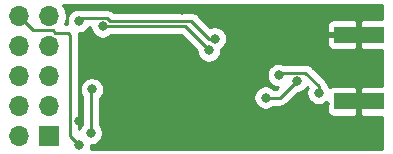
<source format=gbr>
G04 #@! TF.GenerationSoftware,KiCad,Pcbnew,(5.1.5)-3*
G04 #@! TF.CreationDate,2020-05-12T16:51:07+05:30*
G04 #@! TF.ProjectId,Teseo_Mod,54657365-6f5f-44d6-9f64-2e6b69636164,rev?*
G04 #@! TF.SameCoordinates,Original*
G04 #@! TF.FileFunction,Copper,L2,Bot*
G04 #@! TF.FilePolarity,Positive*
%FSLAX46Y46*%
G04 Gerber Fmt 4.6, Leading zero omitted, Abs format (unit mm)*
G04 Created by KiCad (PCBNEW (5.1.5)-3) date 2020-05-12 16:51:07*
%MOMM*%
%LPD*%
G04 APERTURE LIST*
%ADD10O,1.700000X1.700000*%
%ADD11R,1.700000X1.700000*%
%ADD12R,4.200000X1.350000*%
%ADD13C,0.800000*%
%ADD14C,0.250000*%
%ADD15C,0.254000*%
G04 APERTURE END LIST*
D10*
X141060000Y-106120000D03*
X143600000Y-106120000D03*
X141060000Y-108660000D03*
X143600000Y-108660000D03*
X141060000Y-111200000D03*
X143600000Y-111200000D03*
X141060000Y-113740000D03*
X143600000Y-113740000D03*
X141060000Y-116280000D03*
D11*
X143600000Y-116280000D03*
D12*
X169800000Y-113325000D03*
X169800000Y-107675000D03*
D13*
X146100000Y-115000000D03*
X148600000Y-115000000D03*
X170800000Y-105700000D03*
X169600000Y-105700000D03*
X168400000Y-105700000D03*
X167000000Y-105700000D03*
X165500000Y-105700000D03*
X164200000Y-105700000D03*
X162800000Y-105700000D03*
X162800000Y-106800000D03*
X164200000Y-106800000D03*
X165500000Y-106800000D03*
X162800000Y-107900000D03*
X164200000Y-107900000D03*
X165500000Y-107900000D03*
X164200000Y-109000000D03*
X165600000Y-109000000D03*
X166000000Y-114600000D03*
X171100000Y-115100000D03*
X170100000Y-115100000D03*
X168800000Y-115100000D03*
X167500000Y-115100000D03*
X171200000Y-116100000D03*
X170200000Y-116200000D03*
X169000000Y-116300000D03*
X167800000Y-116200000D03*
X166500000Y-116200000D03*
X165200000Y-116200000D03*
X163600000Y-116200000D03*
X162200000Y-116200000D03*
X158100000Y-105600000D03*
X157000000Y-105600000D03*
X155900000Y-105600000D03*
X154800000Y-105600000D03*
X153500000Y-105500000D03*
X149600000Y-113900000D03*
X149200000Y-111700000D03*
X166400000Y-112600000D03*
X163025000Y-111100000D03*
X147100000Y-116000000D03*
X147200000Y-112300000D03*
X148100000Y-106975000D03*
X157100000Y-109000000D03*
X146100000Y-106500000D03*
X157600000Y-108000000D03*
X146100000Y-117005000D03*
X164566605Y-111566420D03*
X161900000Y-113000000D03*
D14*
X149600000Y-113334315D02*
X149200000Y-112934315D01*
X149600000Y-113900000D02*
X149600000Y-113334315D01*
X149200000Y-112934315D02*
X149200000Y-112400000D01*
X149200000Y-112400000D02*
X149200000Y-111700000D01*
X165257104Y-110891419D02*
X163233581Y-110891419D01*
X163233581Y-110891419D02*
X163025000Y-111100000D01*
X166400000Y-112034315D02*
X165257104Y-110891419D01*
X166400000Y-112600000D02*
X166400000Y-112034315D01*
X147100000Y-112400000D02*
X147200000Y-112300000D01*
X147100000Y-116000000D02*
X147100000Y-112400000D01*
X148100000Y-106975000D02*
X155075000Y-106975000D01*
X155075000Y-106975000D02*
X157100000Y-109000000D01*
X148448001Y-106249999D02*
X148698002Y-106500000D01*
X146100000Y-106500000D02*
X146350001Y-106249999D01*
X146350001Y-106249999D02*
X148448001Y-106249999D01*
X148698002Y-106500000D02*
X155600000Y-106500000D01*
X155600000Y-106500000D02*
X157100000Y-108000000D01*
X157100000Y-108000000D02*
X157600000Y-108000000D01*
X145374999Y-116279999D02*
X145374999Y-107725001D01*
X146100000Y-117005000D02*
X145374999Y-116279999D01*
X145374999Y-107725001D02*
X145149998Y-107500000D01*
X141909999Y-106969999D02*
X141060000Y-106120000D01*
X142235001Y-107295001D02*
X141909999Y-106969999D01*
X144100000Y-107500000D02*
X143895001Y-107295001D01*
X143895001Y-107295001D02*
X142235001Y-107295001D01*
X145149998Y-107500000D02*
X144100000Y-107500000D01*
X164566605Y-111566420D02*
X163133025Y-113000000D01*
X163133025Y-113000000D02*
X161900000Y-113000000D01*
D15*
G36*
X171740000Y-106362199D02*
G01*
X170085750Y-106365000D01*
X169927000Y-106523750D01*
X169927000Y-107548000D01*
X169947000Y-107548000D01*
X169947000Y-107802000D01*
X169927000Y-107802000D01*
X169927000Y-108826250D01*
X170085750Y-108985000D01*
X171740000Y-108987801D01*
X171740001Y-112012199D01*
X170085750Y-112015000D01*
X169927000Y-112173750D01*
X169927000Y-113198000D01*
X169947000Y-113198000D01*
X169947000Y-113452000D01*
X169927000Y-113452000D01*
X169927000Y-114476250D01*
X170085750Y-114635000D01*
X171740001Y-114637801D01*
X171740001Y-117340000D01*
X147081515Y-117340000D01*
X147095226Y-117306898D01*
X147135000Y-117106939D01*
X147135000Y-117035000D01*
X147201939Y-117035000D01*
X147401898Y-116995226D01*
X147590256Y-116917205D01*
X147759774Y-116803937D01*
X147903937Y-116659774D01*
X148017205Y-116490256D01*
X148095226Y-116301898D01*
X148135000Y-116101939D01*
X148135000Y-115898061D01*
X148095226Y-115698102D01*
X148017205Y-115509744D01*
X147903937Y-115340226D01*
X147860000Y-115296289D01*
X147860000Y-113103711D01*
X148003937Y-112959774D01*
X148045172Y-112898061D01*
X160865000Y-112898061D01*
X160865000Y-113101939D01*
X160904774Y-113301898D01*
X160982795Y-113490256D01*
X161096063Y-113659774D01*
X161240226Y-113803937D01*
X161409744Y-113917205D01*
X161598102Y-113995226D01*
X161798061Y-114035000D01*
X162001939Y-114035000D01*
X162201898Y-113995226D01*
X162390256Y-113917205D01*
X162559774Y-113803937D01*
X162603711Y-113760000D01*
X163095703Y-113760000D01*
X163133025Y-113763676D01*
X163170347Y-113760000D01*
X163170358Y-113760000D01*
X163282011Y-113749003D01*
X163425272Y-113705546D01*
X163557301Y-113634974D01*
X163673026Y-113540001D01*
X163696829Y-113510997D01*
X164606407Y-112601420D01*
X164668544Y-112601420D01*
X164868503Y-112561646D01*
X165056861Y-112483625D01*
X165226379Y-112370357D01*
X165370542Y-112226194D01*
X165429236Y-112138352D01*
X165458729Y-112167845D01*
X165404774Y-112298102D01*
X165365000Y-112498061D01*
X165365000Y-112701939D01*
X165404774Y-112901898D01*
X165482795Y-113090256D01*
X165596063Y-113259774D01*
X165740226Y-113403937D01*
X165909744Y-113517205D01*
X166098102Y-113595226D01*
X166298061Y-113635000D01*
X166501939Y-113635000D01*
X166701898Y-113595226D01*
X166890256Y-113517205D01*
X167059774Y-113403937D01*
X167065000Y-113398711D01*
X167065000Y-113452002D01*
X167223748Y-113452002D01*
X167065000Y-113610750D01*
X167061928Y-114000000D01*
X167074188Y-114124482D01*
X167110498Y-114244180D01*
X167169463Y-114354494D01*
X167248815Y-114451185D01*
X167345506Y-114530537D01*
X167455820Y-114589502D01*
X167575518Y-114625812D01*
X167700000Y-114638072D01*
X169514250Y-114635000D01*
X169673000Y-114476250D01*
X169673000Y-113452000D01*
X169653000Y-113452000D01*
X169653000Y-113198000D01*
X169673000Y-113198000D01*
X169673000Y-112173750D01*
X169514250Y-112015000D01*
X167700000Y-112011928D01*
X167575518Y-112024188D01*
X167455820Y-112060498D01*
X167345506Y-112119463D01*
X167327389Y-112134331D01*
X167317205Y-112109744D01*
X167203937Y-111940226D01*
X167148987Y-111885276D01*
X167105546Y-111742068D01*
X167091295Y-111715407D01*
X167034974Y-111610038D01*
X166963799Y-111523312D01*
X166940001Y-111494314D01*
X166911003Y-111470516D01*
X165820908Y-110380421D01*
X165797105Y-110351418D01*
X165681380Y-110256445D01*
X165549351Y-110185873D01*
X165406090Y-110142416D01*
X165294437Y-110131419D01*
X165294426Y-110131419D01*
X165257104Y-110127743D01*
X165219782Y-110131419D01*
X163391224Y-110131419D01*
X163326898Y-110104774D01*
X163126939Y-110065000D01*
X162923061Y-110065000D01*
X162723102Y-110104774D01*
X162534744Y-110182795D01*
X162365226Y-110296063D01*
X162221063Y-110440226D01*
X162107795Y-110609744D01*
X162029774Y-110798102D01*
X161990000Y-110998061D01*
X161990000Y-111201939D01*
X162029774Y-111401898D01*
X162107795Y-111590256D01*
X162221063Y-111759774D01*
X162365226Y-111903937D01*
X162534744Y-112017205D01*
X162723102Y-112095226D01*
X162923061Y-112135000D01*
X162923224Y-112135000D01*
X162818224Y-112240000D01*
X162603711Y-112240000D01*
X162559774Y-112196063D01*
X162390256Y-112082795D01*
X162201898Y-112004774D01*
X162001939Y-111965000D01*
X161798061Y-111965000D01*
X161598102Y-112004774D01*
X161409744Y-112082795D01*
X161240226Y-112196063D01*
X161096063Y-112340226D01*
X160982795Y-112509744D01*
X160904774Y-112698102D01*
X160865000Y-112898061D01*
X148045172Y-112898061D01*
X148117205Y-112790256D01*
X148195226Y-112601898D01*
X148235000Y-112401939D01*
X148235000Y-112198061D01*
X148195226Y-111998102D01*
X148117205Y-111809744D01*
X148003937Y-111640226D01*
X147859774Y-111496063D01*
X147690256Y-111382795D01*
X147501898Y-111304774D01*
X147301939Y-111265000D01*
X147098061Y-111265000D01*
X146898102Y-111304774D01*
X146709744Y-111382795D01*
X146540226Y-111496063D01*
X146396063Y-111640226D01*
X146282795Y-111809744D01*
X146204774Y-111998102D01*
X146165000Y-112198061D01*
X146165000Y-112401939D01*
X146204774Y-112601898D01*
X146282795Y-112790256D01*
X146340001Y-112875871D01*
X146340000Y-115296289D01*
X146296063Y-115340226D01*
X146182795Y-115509744D01*
X146134999Y-115625133D01*
X146134999Y-107762323D01*
X146138675Y-107725000D01*
X146134999Y-107687677D01*
X146134999Y-107687668D01*
X146124002Y-107576015D01*
X146111560Y-107535000D01*
X146201939Y-107535000D01*
X146401898Y-107495226D01*
X146590256Y-107417205D01*
X146759774Y-107303937D01*
X146903937Y-107159774D01*
X147004013Y-107009999D01*
X147065000Y-107009999D01*
X147065000Y-107076939D01*
X147104774Y-107276898D01*
X147182795Y-107465256D01*
X147296063Y-107634774D01*
X147440226Y-107778937D01*
X147609744Y-107892205D01*
X147798102Y-107970226D01*
X147998061Y-108010000D01*
X148201939Y-108010000D01*
X148401898Y-107970226D01*
X148590256Y-107892205D01*
X148759774Y-107778937D01*
X148803711Y-107735000D01*
X154760199Y-107735000D01*
X156065000Y-109039802D01*
X156065000Y-109101939D01*
X156104774Y-109301898D01*
X156182795Y-109490256D01*
X156296063Y-109659774D01*
X156440226Y-109803937D01*
X156609744Y-109917205D01*
X156798102Y-109995226D01*
X156998061Y-110035000D01*
X157201939Y-110035000D01*
X157401898Y-109995226D01*
X157590256Y-109917205D01*
X157759774Y-109803937D01*
X157903937Y-109659774D01*
X158017205Y-109490256D01*
X158095226Y-109301898D01*
X158135000Y-109101939D01*
X158135000Y-108898061D01*
X158133112Y-108888570D01*
X158259774Y-108803937D01*
X158403937Y-108659774D01*
X158517205Y-108490256D01*
X158575301Y-108350000D01*
X167061928Y-108350000D01*
X167074188Y-108474482D01*
X167110498Y-108594180D01*
X167169463Y-108704494D01*
X167248815Y-108801185D01*
X167345506Y-108880537D01*
X167455820Y-108939502D01*
X167575518Y-108975812D01*
X167700000Y-108988072D01*
X169514250Y-108985000D01*
X169673000Y-108826250D01*
X169673000Y-107802000D01*
X167223750Y-107802000D01*
X167065000Y-107960750D01*
X167061928Y-108350000D01*
X158575301Y-108350000D01*
X158595226Y-108301898D01*
X158635000Y-108101939D01*
X158635000Y-107898061D01*
X158595226Y-107698102D01*
X158517205Y-107509744D01*
X158403937Y-107340226D01*
X158259774Y-107196063D01*
X158090256Y-107082795D01*
X157901898Y-107004774D01*
X157877898Y-107000000D01*
X167061928Y-107000000D01*
X167065000Y-107389250D01*
X167223750Y-107548000D01*
X169673000Y-107548000D01*
X169673000Y-106523750D01*
X169514250Y-106365000D01*
X167700000Y-106361928D01*
X167575518Y-106374188D01*
X167455820Y-106410498D01*
X167345506Y-106469463D01*
X167248815Y-106548815D01*
X167169463Y-106645506D01*
X167110498Y-106755820D01*
X167074188Y-106875518D01*
X167061928Y-107000000D01*
X157877898Y-107000000D01*
X157701939Y-106965000D01*
X157498061Y-106965000D01*
X157298102Y-107004774D01*
X157214291Y-107039490D01*
X156163804Y-105989003D01*
X156140001Y-105959999D01*
X156024276Y-105865026D01*
X155892247Y-105794454D01*
X155748986Y-105750997D01*
X155637333Y-105740000D01*
X155637322Y-105740000D01*
X155600000Y-105736324D01*
X155562678Y-105740000D01*
X149012803Y-105740000D01*
X149011805Y-105739002D01*
X148988002Y-105709998D01*
X148872277Y-105615025D01*
X148740248Y-105544453D01*
X148596987Y-105500996D01*
X148485334Y-105489999D01*
X148485323Y-105489999D01*
X148448001Y-105486323D01*
X148410679Y-105489999D01*
X146387324Y-105489999D01*
X146350001Y-105486323D01*
X146322671Y-105489015D01*
X146201939Y-105465000D01*
X145998061Y-105465000D01*
X145798102Y-105504774D01*
X145609744Y-105582795D01*
X145440226Y-105696063D01*
X145296063Y-105840226D01*
X145182795Y-106009744D01*
X145104774Y-106198102D01*
X145065000Y-106398061D01*
X145065000Y-106601939D01*
X145092462Y-106740000D01*
X144950540Y-106740000D01*
X145027932Y-106553158D01*
X145085000Y-106266260D01*
X145085000Y-105973740D01*
X145027932Y-105686842D01*
X144915990Y-105416589D01*
X144753475Y-105173368D01*
X144740107Y-105160000D01*
X171740000Y-105160000D01*
X171740000Y-106362199D01*
G37*
X171740000Y-106362199D02*
X170085750Y-106365000D01*
X169927000Y-106523750D01*
X169927000Y-107548000D01*
X169947000Y-107548000D01*
X169947000Y-107802000D01*
X169927000Y-107802000D01*
X169927000Y-108826250D01*
X170085750Y-108985000D01*
X171740000Y-108987801D01*
X171740001Y-112012199D01*
X170085750Y-112015000D01*
X169927000Y-112173750D01*
X169927000Y-113198000D01*
X169947000Y-113198000D01*
X169947000Y-113452000D01*
X169927000Y-113452000D01*
X169927000Y-114476250D01*
X170085750Y-114635000D01*
X171740001Y-114637801D01*
X171740001Y-117340000D01*
X147081515Y-117340000D01*
X147095226Y-117306898D01*
X147135000Y-117106939D01*
X147135000Y-117035000D01*
X147201939Y-117035000D01*
X147401898Y-116995226D01*
X147590256Y-116917205D01*
X147759774Y-116803937D01*
X147903937Y-116659774D01*
X148017205Y-116490256D01*
X148095226Y-116301898D01*
X148135000Y-116101939D01*
X148135000Y-115898061D01*
X148095226Y-115698102D01*
X148017205Y-115509744D01*
X147903937Y-115340226D01*
X147860000Y-115296289D01*
X147860000Y-113103711D01*
X148003937Y-112959774D01*
X148045172Y-112898061D01*
X160865000Y-112898061D01*
X160865000Y-113101939D01*
X160904774Y-113301898D01*
X160982795Y-113490256D01*
X161096063Y-113659774D01*
X161240226Y-113803937D01*
X161409744Y-113917205D01*
X161598102Y-113995226D01*
X161798061Y-114035000D01*
X162001939Y-114035000D01*
X162201898Y-113995226D01*
X162390256Y-113917205D01*
X162559774Y-113803937D01*
X162603711Y-113760000D01*
X163095703Y-113760000D01*
X163133025Y-113763676D01*
X163170347Y-113760000D01*
X163170358Y-113760000D01*
X163282011Y-113749003D01*
X163425272Y-113705546D01*
X163557301Y-113634974D01*
X163673026Y-113540001D01*
X163696829Y-113510997D01*
X164606407Y-112601420D01*
X164668544Y-112601420D01*
X164868503Y-112561646D01*
X165056861Y-112483625D01*
X165226379Y-112370357D01*
X165370542Y-112226194D01*
X165429236Y-112138352D01*
X165458729Y-112167845D01*
X165404774Y-112298102D01*
X165365000Y-112498061D01*
X165365000Y-112701939D01*
X165404774Y-112901898D01*
X165482795Y-113090256D01*
X165596063Y-113259774D01*
X165740226Y-113403937D01*
X165909744Y-113517205D01*
X166098102Y-113595226D01*
X166298061Y-113635000D01*
X166501939Y-113635000D01*
X166701898Y-113595226D01*
X166890256Y-113517205D01*
X167059774Y-113403937D01*
X167065000Y-113398711D01*
X167065000Y-113452002D01*
X167223748Y-113452002D01*
X167065000Y-113610750D01*
X167061928Y-114000000D01*
X167074188Y-114124482D01*
X167110498Y-114244180D01*
X167169463Y-114354494D01*
X167248815Y-114451185D01*
X167345506Y-114530537D01*
X167455820Y-114589502D01*
X167575518Y-114625812D01*
X167700000Y-114638072D01*
X169514250Y-114635000D01*
X169673000Y-114476250D01*
X169673000Y-113452000D01*
X169653000Y-113452000D01*
X169653000Y-113198000D01*
X169673000Y-113198000D01*
X169673000Y-112173750D01*
X169514250Y-112015000D01*
X167700000Y-112011928D01*
X167575518Y-112024188D01*
X167455820Y-112060498D01*
X167345506Y-112119463D01*
X167327389Y-112134331D01*
X167317205Y-112109744D01*
X167203937Y-111940226D01*
X167148987Y-111885276D01*
X167105546Y-111742068D01*
X167091295Y-111715407D01*
X167034974Y-111610038D01*
X166963799Y-111523312D01*
X166940001Y-111494314D01*
X166911003Y-111470516D01*
X165820908Y-110380421D01*
X165797105Y-110351418D01*
X165681380Y-110256445D01*
X165549351Y-110185873D01*
X165406090Y-110142416D01*
X165294437Y-110131419D01*
X165294426Y-110131419D01*
X165257104Y-110127743D01*
X165219782Y-110131419D01*
X163391224Y-110131419D01*
X163326898Y-110104774D01*
X163126939Y-110065000D01*
X162923061Y-110065000D01*
X162723102Y-110104774D01*
X162534744Y-110182795D01*
X162365226Y-110296063D01*
X162221063Y-110440226D01*
X162107795Y-110609744D01*
X162029774Y-110798102D01*
X161990000Y-110998061D01*
X161990000Y-111201939D01*
X162029774Y-111401898D01*
X162107795Y-111590256D01*
X162221063Y-111759774D01*
X162365226Y-111903937D01*
X162534744Y-112017205D01*
X162723102Y-112095226D01*
X162923061Y-112135000D01*
X162923224Y-112135000D01*
X162818224Y-112240000D01*
X162603711Y-112240000D01*
X162559774Y-112196063D01*
X162390256Y-112082795D01*
X162201898Y-112004774D01*
X162001939Y-111965000D01*
X161798061Y-111965000D01*
X161598102Y-112004774D01*
X161409744Y-112082795D01*
X161240226Y-112196063D01*
X161096063Y-112340226D01*
X160982795Y-112509744D01*
X160904774Y-112698102D01*
X160865000Y-112898061D01*
X148045172Y-112898061D01*
X148117205Y-112790256D01*
X148195226Y-112601898D01*
X148235000Y-112401939D01*
X148235000Y-112198061D01*
X148195226Y-111998102D01*
X148117205Y-111809744D01*
X148003937Y-111640226D01*
X147859774Y-111496063D01*
X147690256Y-111382795D01*
X147501898Y-111304774D01*
X147301939Y-111265000D01*
X147098061Y-111265000D01*
X146898102Y-111304774D01*
X146709744Y-111382795D01*
X146540226Y-111496063D01*
X146396063Y-111640226D01*
X146282795Y-111809744D01*
X146204774Y-111998102D01*
X146165000Y-112198061D01*
X146165000Y-112401939D01*
X146204774Y-112601898D01*
X146282795Y-112790256D01*
X146340001Y-112875871D01*
X146340000Y-115296289D01*
X146296063Y-115340226D01*
X146182795Y-115509744D01*
X146134999Y-115625133D01*
X146134999Y-107762323D01*
X146138675Y-107725000D01*
X146134999Y-107687677D01*
X146134999Y-107687668D01*
X146124002Y-107576015D01*
X146111560Y-107535000D01*
X146201939Y-107535000D01*
X146401898Y-107495226D01*
X146590256Y-107417205D01*
X146759774Y-107303937D01*
X146903937Y-107159774D01*
X147004013Y-107009999D01*
X147065000Y-107009999D01*
X147065000Y-107076939D01*
X147104774Y-107276898D01*
X147182795Y-107465256D01*
X147296063Y-107634774D01*
X147440226Y-107778937D01*
X147609744Y-107892205D01*
X147798102Y-107970226D01*
X147998061Y-108010000D01*
X148201939Y-108010000D01*
X148401898Y-107970226D01*
X148590256Y-107892205D01*
X148759774Y-107778937D01*
X148803711Y-107735000D01*
X154760199Y-107735000D01*
X156065000Y-109039802D01*
X156065000Y-109101939D01*
X156104774Y-109301898D01*
X156182795Y-109490256D01*
X156296063Y-109659774D01*
X156440226Y-109803937D01*
X156609744Y-109917205D01*
X156798102Y-109995226D01*
X156998061Y-110035000D01*
X157201939Y-110035000D01*
X157401898Y-109995226D01*
X157590256Y-109917205D01*
X157759774Y-109803937D01*
X157903937Y-109659774D01*
X158017205Y-109490256D01*
X158095226Y-109301898D01*
X158135000Y-109101939D01*
X158135000Y-108898061D01*
X158133112Y-108888570D01*
X158259774Y-108803937D01*
X158403937Y-108659774D01*
X158517205Y-108490256D01*
X158575301Y-108350000D01*
X167061928Y-108350000D01*
X167074188Y-108474482D01*
X167110498Y-108594180D01*
X167169463Y-108704494D01*
X167248815Y-108801185D01*
X167345506Y-108880537D01*
X167455820Y-108939502D01*
X167575518Y-108975812D01*
X167700000Y-108988072D01*
X169514250Y-108985000D01*
X169673000Y-108826250D01*
X169673000Y-107802000D01*
X167223750Y-107802000D01*
X167065000Y-107960750D01*
X167061928Y-108350000D01*
X158575301Y-108350000D01*
X158595226Y-108301898D01*
X158635000Y-108101939D01*
X158635000Y-107898061D01*
X158595226Y-107698102D01*
X158517205Y-107509744D01*
X158403937Y-107340226D01*
X158259774Y-107196063D01*
X158090256Y-107082795D01*
X157901898Y-107004774D01*
X157877898Y-107000000D01*
X167061928Y-107000000D01*
X167065000Y-107389250D01*
X167223750Y-107548000D01*
X169673000Y-107548000D01*
X169673000Y-106523750D01*
X169514250Y-106365000D01*
X167700000Y-106361928D01*
X167575518Y-106374188D01*
X167455820Y-106410498D01*
X167345506Y-106469463D01*
X167248815Y-106548815D01*
X167169463Y-106645506D01*
X167110498Y-106755820D01*
X167074188Y-106875518D01*
X167061928Y-107000000D01*
X157877898Y-107000000D01*
X157701939Y-106965000D01*
X157498061Y-106965000D01*
X157298102Y-107004774D01*
X157214291Y-107039490D01*
X156163804Y-105989003D01*
X156140001Y-105959999D01*
X156024276Y-105865026D01*
X155892247Y-105794454D01*
X155748986Y-105750997D01*
X155637333Y-105740000D01*
X155637322Y-105740000D01*
X155600000Y-105736324D01*
X155562678Y-105740000D01*
X149012803Y-105740000D01*
X149011805Y-105739002D01*
X148988002Y-105709998D01*
X148872277Y-105615025D01*
X148740248Y-105544453D01*
X148596987Y-105500996D01*
X148485334Y-105489999D01*
X148485323Y-105489999D01*
X148448001Y-105486323D01*
X148410679Y-105489999D01*
X146387324Y-105489999D01*
X146350001Y-105486323D01*
X146322671Y-105489015D01*
X146201939Y-105465000D01*
X145998061Y-105465000D01*
X145798102Y-105504774D01*
X145609744Y-105582795D01*
X145440226Y-105696063D01*
X145296063Y-105840226D01*
X145182795Y-106009744D01*
X145104774Y-106198102D01*
X145065000Y-106398061D01*
X145065000Y-106601939D01*
X145092462Y-106740000D01*
X144950540Y-106740000D01*
X145027932Y-106553158D01*
X145085000Y-106266260D01*
X145085000Y-105973740D01*
X145027932Y-105686842D01*
X144915990Y-105416589D01*
X144753475Y-105173368D01*
X144740107Y-105160000D01*
X171740000Y-105160000D01*
X171740000Y-106362199D01*
G36*
X141187000Y-116153000D02*
G01*
X141207000Y-116153000D01*
X141207000Y-116407000D01*
X141187000Y-116407000D01*
X141187000Y-116427000D01*
X140933000Y-116427000D01*
X140933000Y-116407000D01*
X140913000Y-116407000D01*
X140913000Y-116153000D01*
X140933000Y-116153000D01*
X140933000Y-116133000D01*
X141187000Y-116133000D01*
X141187000Y-116153000D01*
G37*
X141187000Y-116153000D02*
X141207000Y-116153000D01*
X141207000Y-116407000D01*
X141187000Y-116407000D01*
X141187000Y-116427000D01*
X140933000Y-116427000D01*
X140933000Y-116407000D01*
X140913000Y-116407000D01*
X140913000Y-116153000D01*
X140933000Y-116153000D01*
X140933000Y-116133000D01*
X141187000Y-116133000D01*
X141187000Y-116153000D01*
M02*

</source>
